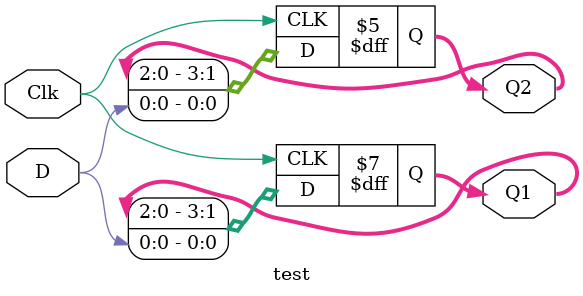
<source format=sv>
module test(Clk, D, Q1, Q2);
  input 	Clk, D;
  output 	[3:0] Q1, Q2;
  reg 		[3:0] Q1, Q2;
  integer 	i;
  
  always@(posedge Clk)
    begin
      for(i=3;i>0;i=i-1)
        Q1[i]=Q1[i-1];
      Q1[0] = D;
    end
  always@(posedge Clk)
    begin
      for(i=1;i<=3;i=i+1)
        Q2[i]<=Q2[i-1];
      Q2[0] = D;
    end
endmodule
</source>
